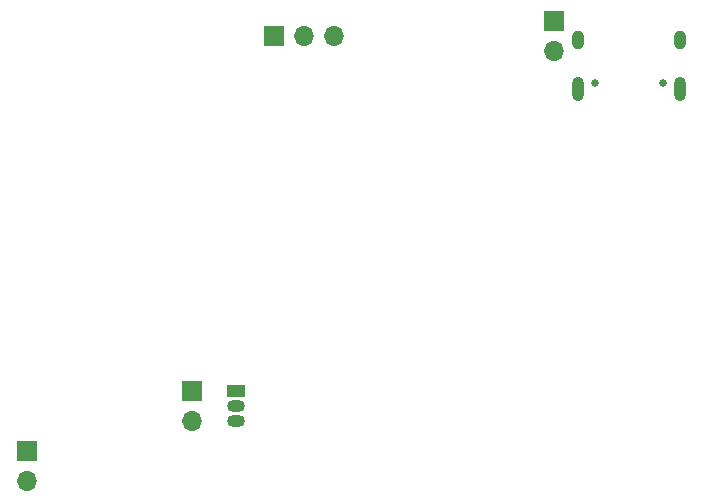
<source format=gbr>
%TF.GenerationSoftware,KiCad,Pcbnew,6.0.2+dfsg-1*%
%TF.CreationDate,2022-05-20T21:22:49+03:00*%
%TF.ProjectId,A13_test_project,4131335f-7465-4737-945f-70726f6a6563,rev?*%
%TF.SameCoordinates,Original*%
%TF.FileFunction,Soldermask,Bot*%
%TF.FilePolarity,Negative*%
%FSLAX46Y46*%
G04 Gerber Fmt 4.6, Leading zero omitted, Abs format (unit mm)*
G04 Created by KiCad (PCBNEW 6.0.2+dfsg-1) date 2022-05-20 21:22:49*
%MOMM*%
%LPD*%
G01*
G04 APERTURE LIST*
%ADD10R,1.500000X1.050000*%
%ADD11O,1.500000X1.050000*%
%ADD12C,0.650000*%
%ADD13O,1.000000X2.100000*%
%ADD14O,1.000000X1.600000*%
%ADD15R,1.700000X1.700000*%
%ADD16O,1.700000X1.700000*%
G04 APERTURE END LIST*
D10*
%TO.C,U2*%
X50400000Y-59900000D03*
D11*
X50400000Y-61170000D03*
X50400000Y-62440000D03*
%TD*%
D12*
%TO.C,J2*%
X86590000Y-33850000D03*
X80810000Y-33850000D03*
D13*
X88020000Y-34380000D03*
X79380000Y-34380000D03*
D14*
X79380000Y-30200000D03*
X88020000Y-30200000D03*
%TD*%
D15*
%TO.C,J7*%
X77320000Y-28630000D03*
D16*
X77320000Y-31170000D03*
%TD*%
D15*
%TO.C,J6*%
X46700000Y-59925000D03*
D16*
X46700000Y-62465000D03*
%TD*%
D15*
%TO.C,J5*%
X32700000Y-65000000D03*
D16*
X32700000Y-67540000D03*
%TD*%
D15*
%TO.C,J3*%
X53660000Y-29900000D03*
D16*
X56200000Y-29900000D03*
X58740000Y-29900000D03*
%TD*%
M02*

</source>
